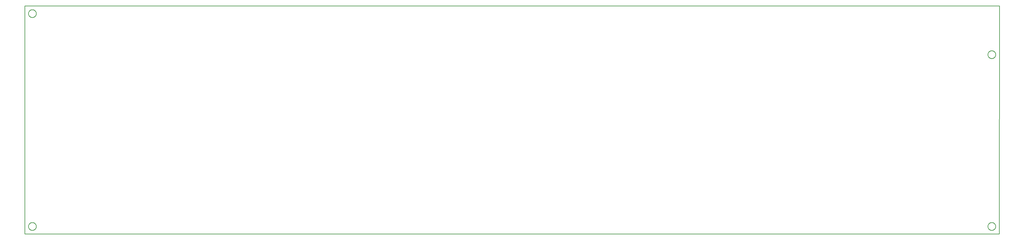
<source format=gbr>
G04 EAGLE Gerber X2 export*
%TF.Part,Single*%
%TF.FileFunction,Profile,NP*%
%TF.FilePolarity,Positive*%
%TF.GenerationSoftware,Autodesk,EAGLE,9.0.1*%
%TF.CreationDate,2018-06-01T15:48:08Z*%
G75*
%MOMM*%
%FSLAX34Y34*%
%LPD*%
%AMOC8*
5,1,8,0,0,1.08239X$1,22.5*%
G01*
%ADD10C,0.254000*%


D10*
X0Y0D02*
X4063800Y0D01*
X4064000Y952500D01*
X0Y952500D01*
X0Y0D01*
X48070Y31216D02*
X48000Y30150D01*
X47860Y29090D01*
X47652Y28042D01*
X47375Y27010D01*
X47032Y25998D01*
X46623Y25011D01*
X46150Y24053D01*
X45616Y23128D01*
X45022Y22239D01*
X44372Y21391D01*
X43667Y20588D01*
X42912Y19833D01*
X42109Y19128D01*
X41261Y18478D01*
X40372Y17884D01*
X39447Y17350D01*
X38489Y16877D01*
X37502Y16468D01*
X36490Y16125D01*
X35458Y15848D01*
X34410Y15640D01*
X33350Y15500D01*
X32284Y15431D01*
X31216Y15431D01*
X30150Y15500D01*
X29090Y15640D01*
X28042Y15848D01*
X27010Y16125D01*
X25998Y16468D01*
X25011Y16877D01*
X24053Y17350D01*
X23128Y17884D01*
X22239Y18478D01*
X21391Y19128D01*
X20588Y19833D01*
X19833Y20588D01*
X19128Y21391D01*
X18478Y22239D01*
X17884Y23128D01*
X17350Y24053D01*
X16877Y25011D01*
X16468Y25998D01*
X16125Y27010D01*
X15848Y28042D01*
X15640Y29090D01*
X15500Y30150D01*
X15431Y31216D01*
X15431Y32284D01*
X15500Y33350D01*
X15640Y34410D01*
X15848Y35458D01*
X16125Y36490D01*
X16468Y37502D01*
X16877Y38489D01*
X17350Y39447D01*
X17884Y40372D01*
X18478Y41261D01*
X19128Y42109D01*
X19833Y42912D01*
X20588Y43667D01*
X21391Y44372D01*
X22239Y45022D01*
X23128Y45616D01*
X24053Y46150D01*
X25011Y46623D01*
X25998Y47032D01*
X27010Y47375D01*
X28042Y47652D01*
X29090Y47860D01*
X30150Y48000D01*
X31216Y48070D01*
X32284Y48070D01*
X33350Y48000D01*
X34410Y47860D01*
X35458Y47652D01*
X36490Y47375D01*
X37502Y47032D01*
X38489Y46623D01*
X39447Y46150D01*
X40372Y45616D01*
X41261Y45022D01*
X42109Y44372D01*
X42912Y43667D01*
X43667Y42912D01*
X44372Y42109D01*
X45022Y41261D01*
X45616Y40372D01*
X46150Y39447D01*
X46623Y38489D01*
X47032Y37502D01*
X47375Y36490D01*
X47652Y35458D01*
X47860Y34410D01*
X48000Y33350D01*
X48070Y32284D01*
X48070Y31216D01*
X48070Y920216D02*
X48000Y919150D01*
X47860Y918090D01*
X47652Y917042D01*
X47375Y916010D01*
X47032Y914998D01*
X46623Y914011D01*
X46150Y913053D01*
X45616Y912128D01*
X45022Y911239D01*
X44372Y910391D01*
X43667Y909588D01*
X42912Y908833D01*
X42109Y908128D01*
X41261Y907478D01*
X40372Y906884D01*
X39447Y906350D01*
X38489Y905877D01*
X37502Y905468D01*
X36490Y905125D01*
X35458Y904848D01*
X34410Y904640D01*
X33350Y904500D01*
X32284Y904431D01*
X31216Y904431D01*
X30150Y904500D01*
X29090Y904640D01*
X28042Y904848D01*
X27010Y905125D01*
X25998Y905468D01*
X25011Y905877D01*
X24053Y906350D01*
X23128Y906884D01*
X22239Y907478D01*
X21391Y908128D01*
X20588Y908833D01*
X19833Y909588D01*
X19128Y910391D01*
X18478Y911239D01*
X17884Y912128D01*
X17350Y913053D01*
X16877Y914011D01*
X16468Y914998D01*
X16125Y916010D01*
X15848Y917042D01*
X15640Y918090D01*
X15500Y919150D01*
X15431Y920216D01*
X15431Y921284D01*
X15500Y922350D01*
X15640Y923410D01*
X15848Y924458D01*
X16125Y925490D01*
X16468Y926502D01*
X16877Y927489D01*
X17350Y928447D01*
X17884Y929372D01*
X18478Y930261D01*
X19128Y931109D01*
X19833Y931912D01*
X20588Y932667D01*
X21391Y933372D01*
X22239Y934022D01*
X23128Y934616D01*
X24053Y935150D01*
X25011Y935623D01*
X25998Y936032D01*
X27010Y936375D01*
X28042Y936652D01*
X29090Y936860D01*
X30150Y937000D01*
X31216Y937070D01*
X32284Y937070D01*
X33350Y937000D01*
X34410Y936860D01*
X35458Y936652D01*
X36490Y936375D01*
X37502Y936032D01*
X38489Y935623D01*
X39447Y935150D01*
X40372Y934616D01*
X41261Y934022D01*
X42109Y933372D01*
X42912Y932667D01*
X43667Y931912D01*
X44372Y931109D01*
X45022Y930261D01*
X45616Y929372D01*
X46150Y928447D01*
X46623Y927489D01*
X47032Y926502D01*
X47375Y925490D01*
X47652Y924458D01*
X47860Y923410D01*
X48000Y922350D01*
X48070Y921284D01*
X48070Y920216D01*
X4048570Y31216D02*
X4048500Y30150D01*
X4048360Y29090D01*
X4048152Y28042D01*
X4047875Y27010D01*
X4047532Y25998D01*
X4047123Y25011D01*
X4046650Y24053D01*
X4046116Y23128D01*
X4045522Y22239D01*
X4044872Y21391D01*
X4044167Y20588D01*
X4043412Y19833D01*
X4042609Y19128D01*
X4041761Y18478D01*
X4040872Y17884D01*
X4039947Y17350D01*
X4038989Y16877D01*
X4038002Y16468D01*
X4036990Y16125D01*
X4035958Y15848D01*
X4034910Y15640D01*
X4033850Y15500D01*
X4032784Y15431D01*
X4031716Y15431D01*
X4030650Y15500D01*
X4029590Y15640D01*
X4028542Y15848D01*
X4027510Y16125D01*
X4026498Y16468D01*
X4025511Y16877D01*
X4024553Y17350D01*
X4023628Y17884D01*
X4022739Y18478D01*
X4021891Y19128D01*
X4021088Y19833D01*
X4020333Y20588D01*
X4019628Y21391D01*
X4018978Y22239D01*
X4018384Y23128D01*
X4017850Y24053D01*
X4017377Y25011D01*
X4016968Y25998D01*
X4016625Y27010D01*
X4016348Y28042D01*
X4016140Y29090D01*
X4016000Y30150D01*
X4015931Y31216D01*
X4015931Y32284D01*
X4016000Y33350D01*
X4016140Y34410D01*
X4016348Y35458D01*
X4016625Y36490D01*
X4016968Y37502D01*
X4017377Y38489D01*
X4017850Y39447D01*
X4018384Y40372D01*
X4018978Y41261D01*
X4019628Y42109D01*
X4020333Y42912D01*
X4021088Y43667D01*
X4021891Y44372D01*
X4022739Y45022D01*
X4023628Y45616D01*
X4024553Y46150D01*
X4025511Y46623D01*
X4026498Y47032D01*
X4027510Y47375D01*
X4028542Y47652D01*
X4029590Y47860D01*
X4030650Y48000D01*
X4031716Y48070D01*
X4032784Y48070D01*
X4033850Y48000D01*
X4034910Y47860D01*
X4035958Y47652D01*
X4036990Y47375D01*
X4038002Y47032D01*
X4038989Y46623D01*
X4039947Y46150D01*
X4040872Y45616D01*
X4041761Y45022D01*
X4042609Y44372D01*
X4043412Y43667D01*
X4044167Y42912D01*
X4044872Y42109D01*
X4045522Y41261D01*
X4046116Y40372D01*
X4046650Y39447D01*
X4047123Y38489D01*
X4047532Y37502D01*
X4047875Y36490D01*
X4048152Y35458D01*
X4048360Y34410D01*
X4048500Y33350D01*
X4048570Y32284D01*
X4048570Y31216D01*
X4048570Y748766D02*
X4048500Y747700D01*
X4048360Y746640D01*
X4048152Y745592D01*
X4047875Y744560D01*
X4047532Y743548D01*
X4047123Y742561D01*
X4046650Y741603D01*
X4046116Y740678D01*
X4045522Y739789D01*
X4044872Y738941D01*
X4044167Y738138D01*
X4043412Y737383D01*
X4042609Y736678D01*
X4041761Y736028D01*
X4040872Y735434D01*
X4039947Y734900D01*
X4038989Y734427D01*
X4038002Y734018D01*
X4036990Y733675D01*
X4035958Y733398D01*
X4034910Y733190D01*
X4033850Y733050D01*
X4032784Y732981D01*
X4031716Y732981D01*
X4030650Y733050D01*
X4029590Y733190D01*
X4028542Y733398D01*
X4027510Y733675D01*
X4026498Y734018D01*
X4025511Y734427D01*
X4024553Y734900D01*
X4023628Y735434D01*
X4022739Y736028D01*
X4021891Y736678D01*
X4021088Y737383D01*
X4020333Y738138D01*
X4019628Y738941D01*
X4018978Y739789D01*
X4018384Y740678D01*
X4017850Y741603D01*
X4017377Y742561D01*
X4016968Y743548D01*
X4016625Y744560D01*
X4016348Y745592D01*
X4016140Y746640D01*
X4016000Y747700D01*
X4015931Y748766D01*
X4015931Y749834D01*
X4016000Y750900D01*
X4016140Y751960D01*
X4016348Y753008D01*
X4016625Y754040D01*
X4016968Y755052D01*
X4017377Y756039D01*
X4017850Y756997D01*
X4018384Y757922D01*
X4018978Y758811D01*
X4019628Y759659D01*
X4020333Y760462D01*
X4021088Y761217D01*
X4021891Y761922D01*
X4022739Y762572D01*
X4023628Y763166D01*
X4024553Y763700D01*
X4025511Y764173D01*
X4026498Y764582D01*
X4027510Y764925D01*
X4028542Y765202D01*
X4029590Y765410D01*
X4030650Y765550D01*
X4031716Y765620D01*
X4032784Y765620D01*
X4033850Y765550D01*
X4034910Y765410D01*
X4035958Y765202D01*
X4036990Y764925D01*
X4038002Y764582D01*
X4038989Y764173D01*
X4039947Y763700D01*
X4040872Y763166D01*
X4041761Y762572D01*
X4042609Y761922D01*
X4043412Y761217D01*
X4044167Y760462D01*
X4044872Y759659D01*
X4045522Y758811D01*
X4046116Y757922D01*
X4046650Y756997D01*
X4047123Y756039D01*
X4047532Y755052D01*
X4047875Y754040D01*
X4048152Y753008D01*
X4048360Y751960D01*
X4048500Y750900D01*
X4048570Y749834D01*
X4048570Y748766D01*
X48070Y31216D02*
X48000Y30150D01*
X47860Y29090D01*
X47652Y28042D01*
X47375Y27010D01*
X47032Y25998D01*
X46623Y25011D01*
X46150Y24053D01*
X45616Y23128D01*
X45022Y22239D01*
X44372Y21391D01*
X43667Y20588D01*
X42912Y19833D01*
X42109Y19128D01*
X41261Y18478D01*
X40372Y17884D01*
X39447Y17350D01*
X38489Y16877D01*
X37502Y16468D01*
X36490Y16125D01*
X35458Y15848D01*
X34410Y15640D01*
X33350Y15500D01*
X32284Y15431D01*
X31216Y15431D01*
X30150Y15500D01*
X29090Y15640D01*
X28042Y15848D01*
X27010Y16125D01*
X25998Y16468D01*
X25011Y16877D01*
X24053Y17350D01*
X23128Y17884D01*
X22239Y18478D01*
X21391Y19128D01*
X20588Y19833D01*
X19833Y20588D01*
X19128Y21391D01*
X18478Y22239D01*
X17884Y23128D01*
X17350Y24053D01*
X16877Y25011D01*
X16468Y25998D01*
X16125Y27010D01*
X15848Y28042D01*
X15640Y29090D01*
X15500Y30150D01*
X15431Y31216D01*
X15431Y32284D01*
X15500Y33350D01*
X15640Y34410D01*
X15848Y35458D01*
X16125Y36490D01*
X16468Y37502D01*
X16877Y38489D01*
X17350Y39447D01*
X17884Y40372D01*
X18478Y41261D01*
X19128Y42109D01*
X19833Y42912D01*
X20588Y43667D01*
X21391Y44372D01*
X22239Y45022D01*
X23128Y45616D01*
X24053Y46150D01*
X25011Y46623D01*
X25998Y47032D01*
X27010Y47375D01*
X28042Y47652D01*
X29090Y47860D01*
X30150Y48000D01*
X31216Y48070D01*
X32284Y48070D01*
X33350Y48000D01*
X34410Y47860D01*
X35458Y47652D01*
X36490Y47375D01*
X37502Y47032D01*
X38489Y46623D01*
X39447Y46150D01*
X40372Y45616D01*
X41261Y45022D01*
X42109Y44372D01*
X42912Y43667D01*
X43667Y42912D01*
X44372Y42109D01*
X45022Y41261D01*
X45616Y40372D01*
X46150Y39447D01*
X46623Y38489D01*
X47032Y37502D01*
X47375Y36490D01*
X47652Y35458D01*
X47860Y34410D01*
X48000Y33350D01*
X48070Y32284D01*
X48070Y31216D01*
X48070Y920216D02*
X48000Y919150D01*
X47860Y918090D01*
X47652Y917042D01*
X47375Y916010D01*
X47032Y914998D01*
X46623Y914011D01*
X46150Y913053D01*
X45616Y912128D01*
X45022Y911239D01*
X44372Y910391D01*
X43667Y909588D01*
X42912Y908833D01*
X42109Y908128D01*
X41261Y907478D01*
X40372Y906884D01*
X39447Y906350D01*
X38489Y905877D01*
X37502Y905468D01*
X36490Y905125D01*
X35458Y904848D01*
X34410Y904640D01*
X33350Y904500D01*
X32284Y904431D01*
X31216Y904431D01*
X30150Y904500D01*
X29090Y904640D01*
X28042Y904848D01*
X27010Y905125D01*
X25998Y905468D01*
X25011Y905877D01*
X24053Y906350D01*
X23128Y906884D01*
X22239Y907478D01*
X21391Y908128D01*
X20588Y908833D01*
X19833Y909588D01*
X19128Y910391D01*
X18478Y911239D01*
X17884Y912128D01*
X17350Y913053D01*
X16877Y914011D01*
X16468Y914998D01*
X16125Y916010D01*
X15848Y917042D01*
X15640Y918090D01*
X15500Y919150D01*
X15431Y920216D01*
X15431Y921284D01*
X15500Y922350D01*
X15640Y923410D01*
X15848Y924458D01*
X16125Y925490D01*
X16468Y926502D01*
X16877Y927489D01*
X17350Y928447D01*
X17884Y929372D01*
X18478Y930261D01*
X19128Y931109D01*
X19833Y931912D01*
X20588Y932667D01*
X21391Y933372D01*
X22239Y934022D01*
X23128Y934616D01*
X24053Y935150D01*
X25011Y935623D01*
X25998Y936032D01*
X27010Y936375D01*
X28042Y936652D01*
X29090Y936860D01*
X30150Y937000D01*
X31216Y937070D01*
X32284Y937070D01*
X33350Y937000D01*
X34410Y936860D01*
X35458Y936652D01*
X36490Y936375D01*
X37502Y936032D01*
X38489Y935623D01*
X39447Y935150D01*
X40372Y934616D01*
X41261Y934022D01*
X42109Y933372D01*
X42912Y932667D01*
X43667Y931912D01*
X44372Y931109D01*
X45022Y930261D01*
X45616Y929372D01*
X46150Y928447D01*
X46623Y927489D01*
X47032Y926502D01*
X47375Y925490D01*
X47652Y924458D01*
X47860Y923410D01*
X48000Y922350D01*
X48070Y921284D01*
X48070Y920216D01*
X4048570Y31216D02*
X4048500Y30150D01*
X4048360Y29090D01*
X4048152Y28042D01*
X4047875Y27010D01*
X4047532Y25998D01*
X4047123Y25011D01*
X4046650Y24053D01*
X4046116Y23128D01*
X4045522Y22239D01*
X4044872Y21391D01*
X4044167Y20588D01*
X4043412Y19833D01*
X4042609Y19128D01*
X4041761Y18478D01*
X4040872Y17884D01*
X4039947Y17350D01*
X4038989Y16877D01*
X4038002Y16468D01*
X4036990Y16125D01*
X4035958Y15848D01*
X4034910Y15640D01*
X4033850Y15500D01*
X4032784Y15431D01*
X4031716Y15431D01*
X4030650Y15500D01*
X4029590Y15640D01*
X4028542Y15848D01*
X4027510Y16125D01*
X4026498Y16468D01*
X4025511Y16877D01*
X4024553Y17350D01*
X4023628Y17884D01*
X4022739Y18478D01*
X4021891Y19128D01*
X4021088Y19833D01*
X4020333Y20588D01*
X4019628Y21391D01*
X4018978Y22239D01*
X4018384Y23128D01*
X4017850Y24053D01*
X4017377Y25011D01*
X4016968Y25998D01*
X4016625Y27010D01*
X4016348Y28042D01*
X4016140Y29090D01*
X4016000Y30150D01*
X4015931Y31216D01*
X4015931Y32284D01*
X4016000Y33350D01*
X4016140Y34410D01*
X4016348Y35458D01*
X4016625Y36490D01*
X4016968Y37502D01*
X4017377Y38489D01*
X4017850Y39447D01*
X4018384Y40372D01*
X4018978Y41261D01*
X4019628Y42109D01*
X4020333Y42912D01*
X4021088Y43667D01*
X4021891Y44372D01*
X4022739Y45022D01*
X4023628Y45616D01*
X4024553Y46150D01*
X4025511Y46623D01*
X4026498Y47032D01*
X4027510Y47375D01*
X4028542Y47652D01*
X4029590Y47860D01*
X4030650Y48000D01*
X4031716Y48070D01*
X4032784Y48070D01*
X4033850Y48000D01*
X4034910Y47860D01*
X4035958Y47652D01*
X4036990Y47375D01*
X4038002Y47032D01*
X4038989Y46623D01*
X4039947Y46150D01*
X4040872Y45616D01*
X4041761Y45022D01*
X4042609Y44372D01*
X4043412Y43667D01*
X4044167Y42912D01*
X4044872Y42109D01*
X4045522Y41261D01*
X4046116Y40372D01*
X4046650Y39447D01*
X4047123Y38489D01*
X4047532Y37502D01*
X4047875Y36490D01*
X4048152Y35458D01*
X4048360Y34410D01*
X4048500Y33350D01*
X4048570Y32284D01*
X4048570Y31216D01*
X4048570Y748766D02*
X4048500Y747700D01*
X4048360Y746640D01*
X4048152Y745592D01*
X4047875Y744560D01*
X4047532Y743548D01*
X4047123Y742561D01*
X4046650Y741603D01*
X4046116Y740678D01*
X4045522Y739789D01*
X4044872Y738941D01*
X4044167Y738138D01*
X4043412Y737383D01*
X4042609Y736678D01*
X4041761Y736028D01*
X4040872Y735434D01*
X4039947Y734900D01*
X4038989Y734427D01*
X4038002Y734018D01*
X4036990Y733675D01*
X4035958Y733398D01*
X4034910Y733190D01*
X4033850Y733050D01*
X4032784Y732981D01*
X4031716Y732981D01*
X4030650Y733050D01*
X4029590Y733190D01*
X4028542Y733398D01*
X4027510Y733675D01*
X4026498Y734018D01*
X4025511Y734427D01*
X4024553Y734900D01*
X4023628Y735434D01*
X4022739Y736028D01*
X4021891Y736678D01*
X4021088Y737383D01*
X4020333Y738138D01*
X4019628Y738941D01*
X4018978Y739789D01*
X4018384Y740678D01*
X4017850Y741603D01*
X4017377Y742561D01*
X4016968Y743548D01*
X4016625Y744560D01*
X4016348Y745592D01*
X4016140Y746640D01*
X4016000Y747700D01*
X4015931Y748766D01*
X4015931Y749834D01*
X4016000Y750900D01*
X4016140Y751960D01*
X4016348Y753008D01*
X4016625Y754040D01*
X4016968Y755052D01*
X4017377Y756039D01*
X4017850Y756997D01*
X4018384Y757922D01*
X4018978Y758811D01*
X4019628Y759659D01*
X4020333Y760462D01*
X4021088Y761217D01*
X4021891Y761922D01*
X4022739Y762572D01*
X4023628Y763166D01*
X4024553Y763700D01*
X4025511Y764173D01*
X4026498Y764582D01*
X4027510Y764925D01*
X4028542Y765202D01*
X4029590Y765410D01*
X4030650Y765550D01*
X4031716Y765620D01*
X4032784Y765620D01*
X4033850Y765550D01*
X4034910Y765410D01*
X4035958Y765202D01*
X4036990Y764925D01*
X4038002Y764582D01*
X4038989Y764173D01*
X4039947Y763700D01*
X4040872Y763166D01*
X4041761Y762572D01*
X4042609Y761922D01*
X4043412Y761217D01*
X4044167Y760462D01*
X4044872Y759659D01*
X4045522Y758811D01*
X4046116Y757922D01*
X4046650Y756997D01*
X4047123Y756039D01*
X4047532Y755052D01*
X4047875Y754040D01*
X4048152Y753008D01*
X4048360Y751960D01*
X4048500Y750900D01*
X4048570Y749834D01*
X4048570Y748766D01*
M02*

</source>
